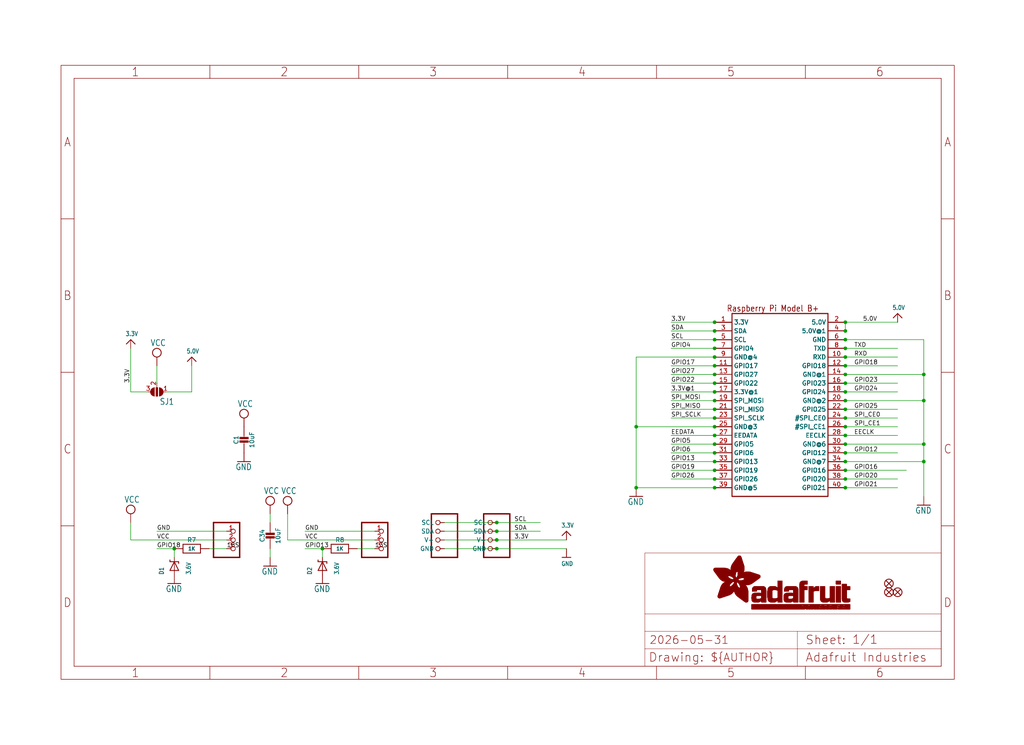
<source format=kicad_sch>
(kicad_sch (version 20230121) (generator eeschema)
  (paper "User" 298.45 217.322)
  (lib_symbols
    (symbol "working-eagle-import:3.3V" (power)
      (property "Value" "3.3V" (at -1.524 1.016 0))
      (symbol "3.3V_1_0"
        (pin power_in line (at 0 -2.54 90) (length 2.54) (name "3.3V") (number "1"))
      )
    )
    (symbol "working-eagle-import:5.0V" (power)
      (property "Value" "5.0V" (at -1.524 1.016 0))
      (symbol "5.0V_1_0"
        (pin power_in line (at 0 -2.54 90) (length 2.54) (name "5.0V") (number "1"))
      )
    )
    (symbol "working-eagle-import:CAP_CERAMIC0805-NOOUTLINE"
      (property "Reference" "C" (at -2.29 1.25 90))
      (symbol "CAP_CERAMIC0805-NOOUTLINE_1_0"
        (pin passive line (at 0 5.08 270) (length 2.54) (name "1") (number "1"))
        (pin passive line (at 0 -2.54 90) (length 2.54) (name "2") (number "2"))
      )
    )
    (symbol "working-eagle-import:CON_JST_PH_3PIN"
      (symbol "CON_JST_PH_3PIN_1_0"
        (pin passive inverted (at -2.54 2.54 0) (length 2.54) (name "1") (number "1"))
        (pin passive inverted (at -2.54 0 0) (length 2.54) (name "2") (number "2"))
        (pin passive inverted (at -2.54 -2.54 0) (length 2.54) (name "3") (number "3"))
      )
      (symbol "CON_JST_PH_3PIN_2_0"
        (pin bidirectional line (at 0 0 0) (length 5.08) (name "MT") (number "NC1"))
      )
      (symbol "CON_JST_PH_3PIN_3_0"
        (pin bidirectional line (at 0 0 0) (length 5.08) (name "MT") (number "NC2"))
      )
    )
    (symbol "working-eagle-import:DIODE-ZENERSOD323"
      (property "Reference" "D" (at -2.54 3.0226 0))
      (symbol "DIODE-ZENERSOD323_1_0"
        (pin passive line (at -2.54 0 0) (length 2.54) (name "A") (number "A"))
        (pin passive line (at 2.54 0 180) (length 2.54) (name "C") (number "C"))
      )
    )
    (symbol "working-eagle-import:FIDUCIAL_1MM")
    (symbol "working-eagle-import:FRAME_A4_ADAFRUIT"
      (symbol "FRAME_A4_ADAFRUIT_1_0"
        (text "${#}/${##}" (at 230.505 10.16 0) (effects (font (size 2.54 2.54)) (justify left bottom)))
        (text "${AUTHOR}" (at 189.23 5.08 0) (effects (font (size 2.286 2.286)) (justify left bottom)))
        (text "${CURRENT_DATE}" (at 171.45 10.16 0) (effects (font (size 2.286 2.286)) (justify left bottom)))
        (text "${PROJECTNAME}" (at 171.45 15.24 0) (effects (font (size 2.54 2.54)) (justify left bottom)))
        (text "1" (at 21.6958 1.905 0) (effects (font (size 2.54 2.286))))
        (text "1" (at 21.6958 177.165 0) (effects (font (size 2.54 2.286))))
        (text "2" (at 65.0875 1.905 0) (effects (font (size 2.54 2.286))))
        (text "2" (at 65.0875 177.165 0) (effects (font (size 2.54 2.286))))
        (text "3" (at 108.4792 1.905 0) (effects (font (size 2.54 2.286))))
        (text "3" (at 108.4792 177.165 0) (effects (font (size 2.54 2.286))))
        (text "4" (at 151.8708 1.905 0) (effects (font (size 2.54 2.286))))
        (text "4" (at 151.8708 177.165 0) (effects (font (size 2.54 2.286))))
        (text "5" (at 195.2625 1.905 0) (effects (font (size 2.54 2.286))))
        (text "5" (at 195.2625 177.165 0) (effects (font (size 2.54 2.286))))
        (text "6" (at 238.6542 1.905 0) (effects (font (size 2.54 2.286))))
        (text "6" (at 238.6542 177.165 0) (effects (font (size 2.54 2.286))))
        (text "A" (at 1.905 156.6863 0) (effects (font (size 2.54 2.286))))
        (text "A" (at 258.445 156.6863 0) (effects (font (size 2.54 2.286))))
        (text "Adafruit Industries" (at 216.916 4.953 0) (effects (font (size 2.54 2.54)) (justify left bottom)))
        (text "B" (at 1.905 111.9188 0) (effects (font (size 2.54 2.286))))
        (text "B" (at 258.445 111.9188 0) (effects (font (size 2.54 2.286))))
        (text "C" (at 1.905 67.1513 0) (effects (font (size 2.54 2.286))))
        (text "C" (at 258.445 67.1513 0) (effects (font (size 2.54 2.286))))
        (text "D" (at 1.905 22.3838 0) (effects (font (size 2.54 2.286))))
        (text "D" (at 258.445 22.3838 0) (effects (font (size 2.54 2.286))))
        (text "Drawing:" (at 171.196 4.953 0) (effects (font (size 2.54 2.54)) (justify left bottom)))
        (text "Sheet:" (at 216.916 10.033 0) (effects (font (size 2.54 2.54)) (justify left bottom)))
      )
    )
    (symbol "working-eagle-import:GND" (power)
      (property "Value" "GND" (at -1.524 -2.54 0))
      (symbol "GND_1_0"
        (pin power_in line (at 0 2.54 270) (length 2.54) (name "GND") (number "1"))
      )
    )
    (symbol "working-eagle-import:RASPBERRYPI_BPLUS_2X20_THMSMT_TOP"
      (symbol "RASPBERRYPI_BPLUS_2X20_THMSMT_TOP_1_0"
        (text "Raspberry Pi Model B+" (at 12.7 25.4 0) (effects (font (size 1.778 1.5113)) (justify right top)))
        (pin power_in line (at -17.78 20.32 0) (length 5.08) (name "3.3V") (number "1"))
        (pin bidirectional line (at 20.32 10.16 180) (length 5.08) (name "RXD") (number "10"))
        (pin bidirectional line (at -17.78 7.62 0) (length 5.08) (name "GPIO17") (number "11"))
        (pin bidirectional line (at 20.32 7.62 180) (length 5.08) (name "GPIO18") (number "12"))
        (pin bidirectional line (at -17.78 5.08 0) (length 5.08) (name "GPIO27") (number "13"))
        (pin power_in line (at 20.32 5.08 180) (length 5.08) (name "GND@1") (number "14"))
        (pin bidirectional line (at -17.78 2.54 0) (length 5.08) (name "GPIO22") (number "15"))
        (pin bidirectional line (at 20.32 2.54 180) (length 5.08) (name "GPIO23") (number "16"))
        (pin power_in line (at -17.78 0 0) (length 5.08) (name "3.3V@1") (number "17"))
        (pin bidirectional line (at 20.32 0 180) (length 5.08) (name "GPIO24") (number "18"))
        (pin bidirectional line (at -17.78 -2.54 0) (length 5.08) (name "SPI_MOSI") (number "19"))
        (pin power_in line (at 20.32 20.32 180) (length 5.08) (name "5.0V") (number "2"))
        (pin power_in line (at 20.32 -2.54 180) (length 5.08) (name "GND@2") (number "20"))
        (pin bidirectional line (at -17.78 -5.08 0) (length 5.08) (name "SPI_MISO") (number "21"))
        (pin bidirectional line (at 20.32 -5.08 180) (length 5.08) (name "GPIO25") (number "22"))
        (pin bidirectional line (at -17.78 -7.62 0) (length 5.08) (name "SPI_SCLK") (number "23"))
        (pin bidirectional line (at 20.32 -7.62 180) (length 5.08) (name "#SPI_CE0") (number "24"))
        (pin power_in line (at -17.78 -10.16 0) (length 5.08) (name "GND@3") (number "25"))
        (pin bidirectional line (at 20.32 -10.16 180) (length 5.08) (name "#SPI_CE1") (number "26"))
        (pin bidirectional line (at -17.78 -12.7 0) (length 5.08) (name "EEDATA") (number "27"))
        (pin bidirectional line (at 20.32 -12.7 180) (length 5.08) (name "EECLK") (number "28"))
        (pin bidirectional line (at -17.78 -15.24 0) (length 5.08) (name "GPIO5") (number "29"))
        (pin bidirectional line (at -17.78 17.78 0) (length 5.08) (name "SDA") (number "3"))
        (pin power_in line (at 20.32 -15.24 180) (length 5.08) (name "GND@6") (number "30"))
        (pin bidirectional line (at -17.78 -17.78 0) (length 5.08) (name "GPIO6") (number "31"))
        (pin bidirectional line (at 20.32 -17.78 180) (length 5.08) (name "GPIO12") (number "32"))
        (pin bidirectional line (at -17.78 -20.32 0) (length 5.08) (name "GPIO13") (number "33"))
        (pin power_in line (at 20.32 -20.32 180) (length 5.08) (name "GND@7") (number "34"))
        (pin bidirectional line (at -17.78 -22.86 0) (length 5.08) (name "GPIO19") (number "35"))
        (pin bidirectional line (at 20.32 -22.86 180) (length 5.08) (name "GPIO16") (number "36"))
        (pin bidirectional line (at -17.78 -25.4 0) (length 5.08) (name "GPIO26") (number "37"))
        (pin bidirectional line (at 20.32 -25.4 180) (length 5.08) (name "GPIO20") (number "38"))
        (pin power_in line (at -17.78 -27.94 0) (length 5.08) (name "GND@5") (number "39"))
        (pin power_in line (at 20.32 17.78 180) (length 5.08) (name "5.0V@1") (number "4"))
        (pin bidirectional line (at 20.32 -27.94 180) (length 5.08) (name "GPIO21") (number "40"))
        (pin bidirectional line (at -17.78 15.24 0) (length 5.08) (name "SCL") (number "5"))
        (pin power_in line (at 20.32 15.24 180) (length 5.08) (name "GND") (number "6"))
        (pin bidirectional line (at -17.78 12.7 0) (length 5.08) (name "GPIO4") (number "7"))
        (pin bidirectional line (at 20.32 12.7 180) (length 5.08) (name "TXD") (number "8"))
        (pin power_in line (at -17.78 10.16 0) (length 5.08) (name "GND@4") (number "9"))
        (pin power_in line (at -17.78 20.32 0) (length 5.08) (name "3.3V") (number "S1"))
        (pin bidirectional line (at 20.32 10.16 180) (length 5.08) (name "RXD") (number "S10"))
        (pin bidirectional line (at -17.78 7.62 0) (length 5.08) (name "GPIO17") (number "S11"))
        (pin bidirectional line (at 20.32 7.62 180) (length 5.08) (name "GPIO18") (number "S12"))
        (pin bidirectional line (at -17.78 5.08 0) (length 5.08) (name "GPIO27") (number "S13"))
        (pin power_in line (at 20.32 5.08 180) (length 5.08) (name "GND@1") (number "S14"))
        (pin bidirectional line (at -17.78 2.54 0) (length 5.08) (name "GPIO22") (number "S15"))
        (pin bidirectional line (at 20.32 2.54 180) (length 5.08) (name "GPIO23") (number "S16"))
        (pin power_in line (at -17.78 0 0) (length 5.08) (name "3.3V@1") (number "S17"))
        (pin bidirectional line (at 20.32 0 180) (length 5.08) (name "GPIO24") (number "S18"))
        (pin bidirectional line (at -17.78 -2.54 0) (length 5.08) (name "SPI_MOSI") (number "S19"))
        (pin power_in line (at 20.32 20.32 180) (length 5.08) (name "5.0V") (number "S2"))
        (pin power_in line (at 20.32 -2.54 180) (length 5.08) (name "GND@2") (number "S20"))
        (pin bidirectional line (at -17.78 -5.08 0) (length 5.08) (name "SPI_MISO") (number "S21"))
        (pin bidirectional line (at 20.32 -5.08 180) (length 5.08) (name "GPIO25") (number "S22"))
        (pin bidirectional line (at -17.78 -7.62 0) (length 5.08) (name "SPI_SCLK") (number "S23"))
        (pin bidirectional line (at 20.32 -7.62 180) (length 5.08) (name "#SPI_CE0") (number "S24"))
        (pin power_in line (at -17.78 -10.16 0) (length 5.08) (name "GND@3") (number "S25"))
        (pin bidirectional line (at 20.32 -10.16 180) (length 5.08) (name "#SPI_CE1") (number "S26"))
        (pin bidirectional line (at -17.78 -12.7 0) (length 5.08) (name "EEDATA") (number "S27"))
        (pin bidirectional line (at 20.32 -12.7 180) (length 5.08) (name "EECLK") (number "S28"))
        (pin bidirectional line (at -17.78 -15.24 0) (length 5.08) (name "GPIO5") (number "S29"))
        (pin bidirectional line (at -17.78 17.78 0) (length 5.08) (name "SDA") (number "S3"))
        (pin power_in line (at 20.32 -15.24 180) (length 5.08) (name "GND@6") (number "S30"))
        (pin bidirectional line (at -17.78 -17.78 0) (length 5.08) (name "GPIO6") (number "S31"))
        (pin bidirectional line (at 20.32 -17.78 180) (length 5.08) (name "GPIO12") (number "S32"))
        (pin bidirectional line (at -17.78 -20.32 0) (length 5.08) (name "GPIO13") (number "S33"))
        (pin power_in line (at 20.32 -20.32 180) (length 5.08) (name "GND@7") (number "S34"))
        (pin bidirectional line (at -17.78 -22.86 0) (length 5.08) (name "GPIO19") (number "S35"))
        (pin bidirectional line (at 20.32 -22.86 180) (length 5.08) (name "GPIO16") (number "S36"))
        (pin bidirectional line (at -17.78 -25.4 0) (length 5.08) (name "GPIO26") (number "S37"))
        (pin bidirectional line (at 20.32 -25.4 180) (length 5.08) (name "GPIO20") (number "S38"))
        (pin power_in line (at -17.78 -27.94 0) (length 5.08) (name "GND@5") (number "S39"))
        (pin power_in line (at 20.32 17.78 180) (length 5.08) (name "5.0V@1") (number "S4"))
        (pin bidirectional line (at 20.32 -27.94 180) (length 5.08) (name "GPIO21") (number "S40"))
        (pin bidirectional line (at -17.78 15.24 0) (length 5.08) (name "SCL") (number "S5"))
        (pin power_in line (at 20.32 15.24 180) (length 5.08) (name "GND") (number "S6"))
        (pin bidirectional line (at -17.78 12.7 0) (length 5.08) (name "GPIO4") (number "S7"))
        (pin bidirectional line (at 20.32 12.7 180) (length 5.08) (name "TXD") (number "S8"))
        (pin power_in line (at -17.78 10.16 0) (length 5.08) (name "GND@4") (number "S9"))
      )
    )
    (symbol "working-eagle-import:RASPBERRYPI_BPLUS_IDC"
      (symbol "RASPBERRYPI_BPLUS_IDC_1_0"
        (text "Raspberry Pi Model B+" (at 12.7 25.4 0) (effects (font (size 1.778 1.5113)) (justify right top)))
        (pin power_in line (at -17.78 20.32 0) (length 5.08) (name "3.3V") (number "1"))
        (pin bidirectional line (at 20.32 10.16 180) (length 5.08) (name "RXD") (number "10"))
        (pin bidirectional line (at -17.78 7.62 0) (length 5.08) (name "GPIO17") (number "11"))
        (pin bidirectional line (at 20.32 7.62 180) (length 5.08) (name "GPIO18") (number "12"))
        (pin bidirectional line (at -17.78 5.08 0) (length 5.08) (name "GPIO27") (number "13"))
        (pin power_in line (at 20.32 5.08 180) (length 5.08) (name "GND@1") (number "14"))
        (pin bidirectional line (at -17.78 2.54 0) (length 5.08) (name "GPIO22") (number "15"))
        (pin bidirectional line (at 20.32 2.54 180) (length 5.08) (name "GPIO23") (number "16"))
        (pin power_in line (at -17.78 0 0) (length 5.08) (name "3.3V@1") (number "17"))
        (pin bidirectional line (at 20.32 0 180) (length 5.08) (name "GPIO24") (number "18"))
        (pin bidirectional line (at -17.78 -2.54 0) (length 5.08) (name "SPI_MOSI") (number "19"))
        (pin power_in line (at 20.32 20.32 180) (length 5.08) (name "5.0V") (number "2"))
        (pin power_in line (at 20.32 -2.54 180) (length 5.08) (name "GND@2") (number "20"))
        (pin bidirectional line (at -17.78 -5.08 0) (length 5.08) (name "SPI_MISO") (number "21"))
        (pin bidirectional line (at 20.32 -5.08 180) (length 5.08) (name "GPIO25") (number "22"))
        (pin bidirectional line (at -17.78 -7.62 0) (length 5.08) (name "SPI_SCLK") (number "23"))
        (pin bidirectional line (at 20.32 -7.62 180) (length 5.08) (name "#SPI_CE0") (number "24"))
        (pin power_in line (at -17.78 -10.16 0) (length 5.08) (name "GND@3") (number "25"))
        (pin bidirectional line (at 20.32 -10.16 180) (length 5.08) (name "#SPI_CE1") (number "26"))
        (pin bidirectional line (at -17.78 -12.7 0) (length 5.08) (name "EEDATA") (number "27"))
        (pin bidirectional line (at 20.32 -12.7 180) (length 5.08) (name "EECLK") (number "28"))
        (pin bidirectional line (at -17.78 -15.24 0) (length 5.08) (name "GPIO5") (number "29"))
        (pin bidirectional line (at -17.78 17.78 0) (length 5.08) (name "SDA") (number "3"))
        (pin power_in line (at 20.32 -15.24 180) (length 5.08) (name "GND@6") (number "30"))
        (pin bidirectional line (at -17.78 -17.78 0) (length 5.08) (name "GPIO6") (number "31"))
        (pin bidirectional line (at 20.32 -17.78 180) (length 5.08) (name "GPIO12") (number "32"))
        (pin bidirectional line (at -17.78 -20.32 0) (length 5.08) (name "GPIO13") (number "33"))
        (pin power_in line (at 20.32 -20.32 180) (length 5.08) (name "GND@7") (number "34"))
        (pin bidirectional line (at -17.78 -22.86 0) (length 5.08) (name "GPIO19") (number "35"))
        (pin bidirectional line (at 20.32 -22.86 180) (length 5.08) (name "GPIO16") (number "36"))
        (pin bidirectional line (at -17.78 -25.4 0) (length 5.08) (name "GPIO26") (number "37"))
        (pin bidirectional line (at 20.32 -25.4 180) (length 5.08) (name "GPIO20") (number "38"))
        (pin power_in line (at -17.78 -27.94 0) (length 5.08) (name "GND@5") (number "39"))
        (pin power_in line (at 20.32 17.78 180) (length 5.08) (name "5.0V@1") (number "4"))
        (pin bidirectional line (at 20.32 -27.94 180) (length 5.08) (name "GPIO21") (number "40"))
        (pin bidirectional line (at -17.78 15.24 0) (length 5.08) (name "SCL") (number "5"))
        (pin power_in line (at 20.32 15.24 180) (length 5.08) (name "GND") (number "6"))
        (pin bidirectional line (at -17.78 12.7 0) (length 5.08) (name "GPIO4") (number "7"))
        (pin bidirectional line (at 20.32 12.7 180) (length 5.08) (name "TXD") (number "8"))
        (pin power_in line (at -17.78 10.16 0) (length 5.08) (name "GND@4") (number "9"))
      )
    )
    (symbol "working-eagle-import:RESISTOR_0603_NOOUT"
      (property "Reference" "R" (at 0 2.54 0))
      (symbol "RESISTOR_0603_NOOUT_1_0"
        (pin passive line (at -5.08 0 0) (length 2.54) (name "1") (number "1"))
        (pin passive line (at 5.08 0 180) (length 2.54) (name "2") (number "2"))
      )
    )
    (symbol "working-eagle-import:SOLDERJUMPER_2WAY"
      (property "Reference" "SJ" (at -5.08 -3.81 0))
      (symbol "SOLDERJUMPER_2WAY_1_0"
        (pin passive line (at -2.54 0 0) (length 0) (name "1") (number "1"))
        (pin passive line (at 0 2.54 270) (length 0) (name "2") (number "2"))
        (pin passive line (at 2.54 0 180) (length 0) (name "3") (number "3"))
      )
    )
    (symbol "working-eagle-import:STEMMA_I2C_QT"
      (symbol "STEMMA_I2C_QT_1_0"
        (pin passive inverted (at 0 5.08 0) (length 2.54) (name "GND") (number "1"))
        (pin passive inverted (at 0 2.54 0) (length 2.54) (name "V+") (number "2"))
        (pin passive inverted (at 0 0 0) (length 2.54) (name "SDA") (number "3"))
        (pin passive inverted (at 0 -2.54 0) (length 2.54) (name "SCL") (number "4"))
      )
      (symbol "STEMMA_I2C_QT_2_0"
        (pin bidirectional line (at 0 0 0) (length 5.08) (name "MT") (number "MT1"))
      )
      (symbol "STEMMA_I2C_QT_3_0"
        (pin bidirectional line (at 0 0 0) (length 5.08) (name "MT") (number "MT2"))
      )
    )
    (symbol "working-eagle-import:VCC" (power)
      (property "Value" "VCC" (at -1.905 3.175 0))
      (symbol "VCC_1_0"
        (pin power_in line (at 0 -2.54 90) (length 2.54) (name "VCC") (number "1"))
      )
    )
    (symbol "working-eagle-import:supply1_GND" (power)
      (property "Value" "supply1_GND" (at -2.54 -2.54 0))
      (symbol "supply1_GND_1_0"
        (pin power_in line (at 0 2.54 270) (length 2.54) (name "GND") (number "1"))
      )
    )
  )
  (junction (at 208.28 104.14))
  (junction (at 246.38 132.08))
  (junction (at 208.28 99.06))
  (junction (at 246.38 111.76))
  (junction (at 246.38 134.62))
  (junction (at 269.24 129.54))
  (junction (at 269.24 109.22))
  (junction (at 185.42 124.46))
  (junction (at 208.28 93.98))
  (junction (at 208.28 111.76))
  (junction (at 208.28 139.7))
  (junction (at 269.24 134.62))
  (junction (at 144.78 160.02))
  (junction (at 144.78 152.4))
  (junction (at 246.38 109.22))
  (junction (at 246.38 119.38))
  (junction (at 144.78 154.94))
  (junction (at 208.28 129.54))
  (junction (at 246.38 96.52))
  (junction (at 208.28 124.46))
  (junction (at 208.28 121.92))
  (junction (at 208.28 101.6))
  (junction (at 208.28 134.62))
  (junction (at 246.38 142.24))
  (junction (at 208.28 142.24))
  (junction (at 246.38 137.16))
  (junction (at 208.28 106.68))
  (junction (at 246.38 139.7))
  (junction (at 246.38 129.54))
  (junction (at 246.38 104.14))
  (junction (at 144.78 157.48))
  (junction (at 208.28 114.3))
  (junction (at 246.38 99.06))
  (junction (at 246.38 106.68))
  (junction (at 246.38 114.3))
  (junction (at 93.98 160.02))
  (junction (at 208.28 132.08))
  (junction (at 246.38 121.92))
  (junction (at 208.28 109.22))
  (junction (at 246.38 124.46))
  (junction (at 208.28 137.16))
  (junction (at 208.28 116.84))
  (junction (at 246.38 116.84))
  (junction (at 246.38 93.98))
  (junction (at 246.38 127))
  (junction (at 246.38 101.6))
  (junction (at 185.42 142.24))
  (junction (at 208.28 119.38))
  (junction (at 50.8 160.02))
  (junction (at 208.28 96.52))
  (junction (at 269.24 116.84))
  (junction (at 208.28 127))
  (wire (pts (xy 208.28 106.68) (xy 195.58 106.68)) (stroke (width 0.1524)))
  (wire (pts (xy 83.82 157.48) (xy 109.22 157.48)) (stroke (width 0.1524)))
  (wire (pts (xy 50.8 160.02) (xy 45.72 160.02)) (stroke (width 0.1524)))
  (wire (pts (xy 269.24 109.22) (xy 269.24 116.84)) (stroke (width 0.1524)))
  (wire (pts (xy 208.28 111.76) (xy 195.58 111.76)) (stroke (width 0.1524)))
  (wire (pts (xy 195.58 139.7) (xy 208.28 139.7)) (stroke (width 0.1524)))
  (wire (pts (xy 38.1 114.3) (xy 38.1 101.6)) (stroke (width 0.1524)))
  (wire (pts (xy 93.98 160.02) (xy 88.9 160.02)) (stroke (width 0.1524)))
  (wire (pts (xy 195.58 137.16) (xy 208.28 137.16)) (stroke (width 0.1524)))
  (wire (pts (xy 246.38 129.54) (xy 269.24 129.54)) (stroke (width 0.1524)))
  (wire (pts (xy 269.24 129.54) (xy 269.24 134.62)) (stroke (width 0.1524)))
  (wire (pts (xy 195.58 114.3) (xy 208.28 114.3)) (stroke (width 0.1524)))
  (wire (pts (xy 246.38 96.52) (xy 246.38 93.98)) (stroke (width 0.1524)))
  (wire (pts (xy 109.22 160.02) (xy 104.14 160.02)) (stroke (width 0.1524)))
  (wire (pts (xy 195.58 129.54) (xy 208.28 129.54)) (stroke (width 0.1524)))
  (wire (pts (xy 195.58 134.62) (xy 208.28 134.62)) (stroke (width 0.1524)))
  (wire (pts (xy 269.24 99.06) (xy 269.24 109.22)) (stroke (width 0.1524)))
  (wire (pts (xy 246.38 121.92) (xy 261.62 121.92)) (stroke (width 0.1524)))
  (wire (pts (xy 246.38 101.6) (xy 261.62 101.6)) (stroke (width 0.1524)))
  (wire (pts (xy 269.24 116.84) (xy 269.24 129.54)) (stroke (width 0.1524)))
  (wire (pts (xy 261.62 104.14) (xy 246.38 104.14)) (stroke (width 0.1524)))
  (wire (pts (xy 208.28 142.24) (xy 185.42 142.24)) (stroke (width 0.1524)))
  (wire (pts (xy 246.38 127) (xy 261.62 127)) (stroke (width 0.1524)))
  (wire (pts (xy 246.38 93.98) (xy 261.62 93.98)) (stroke (width 0.1524)))
  (wire (pts (xy 144.78 152.4) (xy 129.54 152.4)) (stroke (width 0.1524)))
  (wire (pts (xy 144.78 160.02) (xy 129.54 160.02)) (stroke (width 0.1524)))
  (wire (pts (xy 246.38 111.76) (xy 261.62 111.76)) (stroke (width 0.1524)))
  (wire (pts (xy 195.58 121.92) (xy 208.28 121.92)) (stroke (width 0.1524)))
  (wire (pts (xy 50.8 160.02) (xy 50.8 162.56)) (stroke (width 0.1524)))
  (wire (pts (xy 55.88 114.3) (xy 55.88 106.68)) (stroke (width 0.1524)))
  (wire (pts (xy 144.78 154.94) (xy 129.54 154.94)) (stroke (width 0.1524)))
  (wire (pts (xy 246.38 134.62) (xy 269.24 134.62)) (stroke (width 0.1524)))
  (wire (pts (xy 185.42 124.46) (xy 185.42 142.24)) (stroke (width 0.1524)))
  (wire (pts (xy 109.22 154.94) (xy 88.9 154.94)) (stroke (width 0.1524)))
  (wire (pts (xy 43.18 114.3) (xy 38.1 114.3)) (stroke (width 0.1524)))
  (wire (pts (xy 45.72 106.68) (xy 45.72 111.76)) (stroke (width 0.1524)))
  (wire (pts (xy 208.28 101.6) (xy 195.58 101.6)) (stroke (width 0.1524)))
  (wire (pts (xy 195.58 109.22) (xy 208.28 109.22)) (stroke (width 0.1524)))
  (wire (pts (xy 269.24 134.62) (xy 269.24 144.78)) (stroke (width 0.1524)))
  (wire (pts (xy 38.1 157.48) (xy 38.1 152.4)) (stroke (width 0.1524)))
  (wire (pts (xy 246.38 116.84) (xy 269.24 116.84)) (stroke (width 0.1524)))
  (wire (pts (xy 195.58 132.08) (xy 208.28 132.08)) (stroke (width 0.1524)))
  (wire (pts (xy 38.1 157.48) (xy 66.04 157.48)) (stroke (width 0.1524)))
  (wire (pts (xy 246.38 106.68) (xy 261.62 106.68)) (stroke (width 0.1524)))
  (wire (pts (xy 246.38 139.7) (xy 261.62 139.7)) (stroke (width 0.1524)))
  (wire (pts (xy 195.58 116.84) (xy 208.28 116.84)) (stroke (width 0.1524)))
  (wire (pts (xy 93.98 162.56) (xy 93.98 160.02)) (stroke (width 0.1524)))
  (wire (pts (xy 78.74 152.4) (xy 78.74 149.86)) (stroke (width 0.1524)))
  (wire (pts (xy 246.38 124.46) (xy 261.62 124.46)) (stroke (width 0.1524)))
  (wire (pts (xy 185.42 124.46) (xy 208.28 124.46)) (stroke (width 0.1524)))
  (wire (pts (xy 144.78 152.4) (xy 157.48 152.4)) (stroke (width 0.1524)))
  (wire (pts (xy 246.38 109.22) (xy 269.24 109.22)) (stroke (width 0.1524)))
  (wire (pts (xy 185.42 104.14) (xy 208.28 104.14)) (stroke (width 0.1524)))
  (wire (pts (xy 208.28 99.06) (xy 195.58 99.06)) (stroke (width 0.1524)))
  (wire (pts (xy 246.38 114.3) (xy 261.62 114.3)) (stroke (width 0.1524)))
  (wire (pts (xy 195.58 119.38) (xy 208.28 119.38)) (stroke (width 0.1524)))
  (wire (pts (xy 144.78 160.02) (xy 165.1 160.02)) (stroke (width 0.1524)))
  (wire (pts (xy 246.38 132.08) (xy 261.62 132.08)) (stroke (width 0.1524)))
  (wire (pts (xy 246.38 137.16) (xy 264.16 137.16)) (stroke (width 0.1524)))
  (wire (pts (xy 246.38 99.06) (xy 269.24 99.06)) (stroke (width 0.1524)))
  (wire (pts (xy 66.04 160.02) (xy 60.96 160.02)) (stroke (width 0.1524)))
  (wire (pts (xy 144.78 157.48) (xy 129.54 157.48)) (stroke (width 0.1524)))
  (wire (pts (xy 185.42 124.46) (xy 185.42 104.14)) (stroke (width 0.1524)))
  (wire (pts (xy 246.38 142.24) (xy 261.62 142.24)) (stroke (width 0.1524)))
  (wire (pts (xy 78.74 162.56) (xy 78.74 160.02)) (stroke (width 0.1524)))
  (wire (pts (xy 144.78 154.94) (xy 157.48 154.94)) (stroke (width 0.1524)))
  (wire (pts (xy 208.28 127) (xy 195.58 127)) (stroke (width 0.1524)))
  (wire (pts (xy 48.26 114.3) (xy 55.88 114.3)) (stroke (width 0.1524)))
  (wire (pts (xy 208.28 93.98) (xy 195.58 93.98)) (stroke (width 0.1524)))
  (wire (pts (xy 208.28 96.52) (xy 195.58 96.52)) (stroke (width 0.1524)))
  (wire (pts (xy 144.78 157.48) (xy 165.1 157.48)) (stroke (width 0.1524)))
  (wire (pts (xy 66.04 154.94) (xy 45.72 154.94)) (stroke (width 0.1524)))
  (wire (pts (xy 246.38 119.38) (xy 261.62 119.38)) (stroke (width 0.1524)))
  (wire (pts (xy 83.82 157.48) (xy 83.82 149.86)) (stroke (width 0.1524)))
  (label "EECLK" (at 248.92 127 0) (effects (font (size 1.2446 1.2446))))
  (label "VCC" (at 88.9 157.48 0) (effects (font (size 1.2446 1.2446))))
  (label "SDA" (at 195.58 96.52 0) (effects (font (size 1.2446 1.2446))))
  (label "GND" (at 45.72 154.94 0) (effects (font (size 1.2446 1.2446))))
  (label "GPIO4" (at 195.58 101.6 0) (effects (font (size 1.2446 1.2446))))
  (label "GPIO16" (at 248.92 137.16 0) (effects (font (size 1.2446 1.2446))))
  (label "GPIO13" (at 195.58 134.62 0) (effects (font (size 1.2446 1.2446))))
  (label "SPI_CE0" (at 248.92 121.92 0) (effects (font (size 1.2446 1.2446))))
  (label "GPIO26" (at 195.58 139.7 0) (effects (font (size 1.2446 1.2446))))
  (label "3.3V" (at 149.86 157.48 0) (effects (font (size 1.2446 1.2446))))
  (label "GPIO21" (at 248.92 142.24 0) (effects (font (size 1.2446 1.2446))))
  (label "EEDATA" (at 195.58 127 0) (effects (font (size 1.2446 1.2446))))
  (label "SPI_MOSI" (at 195.58 116.84 0) (effects (font (size 1.2446 1.2446))))
  (label "SCL" (at 195.58 99.06 0) (effects (font (size 1.2446 1.2446))))
  (label "SCL" (at 149.86 152.4 0) (effects (font (size 1.2446 1.2446))))
  (label "SPI_CE1" (at 248.92 124.46 0) (effects (font (size 1.2446 1.2446))))
  (label "GPIO18" (at 248.92 106.68 0) (effects (font (size 1.2446 1.2446))))
  (label "GPIO23" (at 248.92 111.76 0) (effects (font (size 1.2446 1.2446))))
  (label "5.0V" (at 251.46 93.98 0) (effects (font (size 1.2446 1.2446))))
  (label "13S" (at 109.22 160.02 0) (effects (font (size 1.2446 1.2446))))
  (label "3.3V" (at 38.1 111.76 90) (effects (font (size 1.2446 1.2446))))
  (label "3.3V" (at 195.58 93.98 0) (effects (font (size 1.2446 1.2446))))
  (label "GPIO20" (at 248.92 139.7 0) (effects (font (size 1.2446 1.2446))))
  (label "SPI_MISO" (at 195.58 119.38 0) (effects (font (size 1.2446 1.2446))))
  (label "SPI_SCLK" (at 195.58 121.92 0) (effects (font (size 1.2446 1.2446))))
  (label "TXD" (at 248.92 101.6 0) (effects (font (size 1.2446 1.2446))))
  (label "GPIO12" (at 248.92 132.08 0) (effects (font (size 1.2446 1.2446))))
  (label "RXD" (at 248.92 104.14 0) (effects (font (size 1.2446 1.2446))))
  (label "SDA" (at 149.86 154.94 0) (effects (font (size 1.2446 1.2446))))
  (label "GPIO5" (at 195.58 129.54 0) (effects (font (size 1.2446 1.2446))))
  (label "GPIO6" (at 195.58 132.08 0) (effects (font (size 1.2446 1.2446))))
  (label "18S" (at 66.04 160.02 0) (effects (font (size 1.2446 1.2446))))
  (label "GPIO22" (at 195.58 111.76 0) (effects (font (size 1.2446 1.2446))))
  (label "GPIO24" (at 248.92 114.3 0) (effects (font (size 1.2446 1.2446))))
  (label "GPIO13" (at 88.9 160.02 0) (effects (font (size 1.2446 1.2446))))
  (label "GPIO25" (at 248.92 119.38 0) (effects (font (size 1.2446 1.2446))))
  (label "GPIO19" (at 195.58 137.16 0) (effects (font (size 1.2446 1.2446))))
  (label "VCC" (at 45.72 157.48 0) (effects (font (size 1.2446 1.2446))))
  (label "GPIO27" (at 195.58 109.22 0) (effects (font (size 1.2446 1.2446))))
  (label "GPIO17" (at 195.58 106.68 0) (effects (font (size 1.2446 1.2446))))
  (label "3.3V@1" (at 195.58 114.3 0) (effects (font (size 1.2446 1.2446))))
  (label "GND" (at 88.9 154.94 0) (effects (font (size 1.2446 1.2446))))
  (label "GPIO18" (at 45.72 160.02 0) (effects (font (size 1.2446 1.2446))))
  (symbol (lib_id "working-eagle-import:VCC") (at 45.72 104.14 0) (unit 1)
    (property "Reference" "#SUPPLY3" (effects hide))
    (property "Value" "VCC" (at 43.815 100.965 0) (effects (font (size 1.778 1.5113)) (justify left bottom)))
  )
  (symbol (lib_id "working-eagle-import:VCC") (at 71.12 121.92 0) (unit 1)
    (property "Reference" "#SUPPLY2" (effects hide))
    (property "Value" "VCC" (at 69.215 118.745 0) (effects (font (size 1.778 1.5113)) (justify left bottom)))
  )
  (symbol (lib_id "working-eagle-import:STEMMA_I2C_QT") (at 144.78 154.94 180) (unit 1)
    (property "Reference" "CONN1" (effects hide))
    (property "Value" "STEMMA_I2C_QT" (effects hide))
    (property "Footprint" "working:JST_SH4" (effects hide))
  )
  (symbol (lib_id "working-eagle-import:CON_JST_PH_3PIN") (at 111.76 157.48 0) (unit 1)
    (property "Reference" "SENSE0" (effects hide))
    (property "Value" "JST PH 3" (effects hide))
    (property "Footprint" "working:JSTPH3" (effects hide))
  )
  (symbol (lib_id "working-eagle-import:CAP_CERAMIC0805-NOOUTLINE") (at 78.74 157.48 0) (unit 1)
    (property "Reference" "C34" (at 76.45 156.23 90))
    (property "Value" "10uF" (at 81.04 156.23 90))
    (property "Footprint" "working:0805-NO" (effects hide))
  )
  (symbol (lib_id "working-eagle-import:STEMMA_I2C_QT") (at 129.54 154.94 180) (unit 1)
    (property "Reference" "CONN3" (effects hide))
    (property "Value" "STEMMA_I2C_QT" (effects hide))
    (property "Footprint" "working:JST_SH4" (effects hide))
  )
  (symbol (lib_id "working-eagle-import:VCC") (at 38.1 149.86 0) (unit 1)
    (property "Reference" "#SUPPLY5" (effects hide))
    (property "Value" "VCC" (at 36.195 146.685 0) (effects (font (size 1.778 1.5113)) (justify left bottom)))
  )
  (symbol (lib_id "working-eagle-import:DIODE-ZENERSOD323") (at 50.8 165.1 90) (unit 1)
    (property "Reference" "D1" (at 47.7774 167.64 0) (effects (font (size 1.27 1.0795)) (justify left bottom)))
    (property "Value" "3.6V" (at 55.6514 167.64 0) (effects (font (size 1.27 1.0795)) (justify left bottom)))
    (property "Footprint" "working:SOD-323" (effects hide))
  )
  (symbol (lib_id "working-eagle-import:SOLDERJUMPER_2WAY") (at 45.72 114.3 0) (mirror y) (unit 1)
    (property "Reference" "SJ1" (at 50.8 118.11 0) (effects (font (size 1.778 1.5113)) (justify left bottom)))
    (property "Value" "SOLDERJUMPER_2WAY" (effects hide))
    (property "Footprint" "working:SOLDERJUMPER_2WAY_OPEN_NOPASTE" (effects hide))
  )
  (symbol (lib_id "working-eagle-import:VCC") (at 78.74 147.32 0) (unit 1)
    (property "Reference" "#SUPPLY4" (effects hide))
    (property "Value" "VCC" (at 76.835 144.145 0) (effects (font (size 1.778 1.5113)) (justify left bottom)))
  )
  (symbol (lib_id "working-eagle-import:RASPBERRYPI_BPLUS_2X20_THMSMT_TOP") (at 226.06 114.3 0) (unit 1)
    (property "Reference" "RPI2" (effects hide))
    (property "Value" "RASPBERRYPI_BPLUS_2X20_THMSMT_TOP" (effects hide))
    (property "Footprint" "working:RASPI_2X20_THMSMT_TOP" (effects hide))
  )
  (symbol (lib_id "working-eagle-import:RASPBERRYPI_BPLUS_IDC") (at 226.06 114.3 0) (unit 1)
    (property "Reference" "RPI1" (effects hide))
    (property "Value" "RASPBERRYPI_BPLUS_IDC" (effects hide))
    (property "Footprint" "working:2X20" (effects hide))
  )
  (symbol (lib_id "working-eagle-import:CAP_CERAMIC0805-NOOUTLINE") (at 71.12 129.54 0) (unit 1)
    (property "Reference" "C1" (at 68.83 128.29 90))
    (property "Value" "10uF" (at 73.42 128.29 90))
    (property "Footprint" "working:0805-NO" (effects hide))
  )
  (symbol (lib_id "working-eagle-import:CON_JST_PH_3PIN") (at 68.58 157.48 0) (unit 1)
    (property "Reference" "NEOPIX0" (effects hide))
    (property "Value" "JST PH 3" (effects hide))
    (property "Footprint" "working:JSTPH3" (effects hide))
  )
  (symbol (lib_id "working-eagle-import:5.0V") (at 261.62 91.44 0) (unit 1)
    (property "Reference" "#U$14" (effects hide))
    (property "Value" "5.0V" (at 260.096 90.424 0) (effects (font (size 1.27 1.0795)) (justify left bottom)))
  )
  (symbol (lib_id "working-eagle-import:supply1_GND") (at 71.12 134.62 0) (unit 1)
    (property "Reference" "#GND3" (effects hide))
    (property "Value" "GND" (at 68.58 137.16 0) (effects (font (size 1.778 1.5113)) (justify left bottom)))
  )
  (symbol (lib_id "working-eagle-import:supply1_GND") (at 93.98 170.18 0) (unit 1)
    (property "Reference" "#GND19" (effects hide))
    (property "Value" "GND" (at 91.44 172.72 0) (effects (font (size 1.778 1.5113)) (justify left bottom)))
  )
  (symbol (lib_id "working-eagle-import:FRAME_A4_ADAFRUIT") (at 17.78 198.12 0) (unit 1)
    (property "Reference" "#U$7" (effects hide))
    (property "Value" "FRAME_A4_ADAFRUIT" (effects hide))
  )
  (symbol (lib_id "working-eagle-import:3.3V") (at 38.1 99.06 0) (unit 1)
    (property "Reference" "#U$74" (effects hide))
    (property "Value" "3.3V" (at 36.576 98.044 0) (effects (font (size 1.27 1.0795)) (justify left bottom)))
  )
  (symbol (lib_id "working-eagle-import:supply1_GND") (at 185.42 144.78 0) (unit 1)
    (property "Reference" "#GND1" (effects hide))
    (property "Value" "GND" (at 182.88 147.32 0) (effects (font (size 1.778 1.5113)) (justify left bottom)))
  )
  (symbol (lib_id "working-eagle-import:VCC") (at 83.82 147.32 0) (unit 1)
    (property "Reference" "#SUPPLY1" (effects hide))
    (property "Value" "VCC" (at 81.915 144.145 0) (effects (font (size 1.778 1.5113)) (justify left bottom)))
  )
  (symbol (lib_id "working-eagle-import:DIODE-ZENERSOD323") (at 93.98 165.1 90) (unit 1)
    (property "Reference" "D2" (at 90.9574 167.64 0) (effects (font (size 1.27 1.0795)) (justify left bottom)))
    (property "Value" "3.6V" (at 98.8314 167.64 0) (effects (font (size 1.27 1.0795)) (justify left bottom)))
    (property "Footprint" "working:SOD-323" (effects hide))
  )
  (symbol (lib_id "working-eagle-import:RESISTOR_0603_NOOUT") (at 99.06 160.02 0) (mirror y) (unit 1)
    (property "Reference" "R8" (at 99.06 157.48 0))
    (property "Value" "1K" (at 99.06 160.02 0) (effects (font (size 1.016 1.016) bold)))
    (property "Footprint" "working:0603-NO" (effects hide))
  )
  (symbol (lib_id "working-eagle-import:supply1_GND") (at 269.24 147.32 0) (unit 1)
    (property "Reference" "#GND2" (effects hide))
    (property "Value" "GND" (at 266.7 149.86 0) (effects (font (size 1.778 1.5113)) (justify left bottom)))
  )
  (symbol (lib_id "working-eagle-import:3.3V") (at 165.1 154.94 0) (unit 1)
    (property "Reference" "#U$81" (effects hide))
    (property "Value" "3.3V" (at 163.576 153.924 0) (effects (font (size 1.27 1.0795)) (justify left bottom)))
  )
  (symbol (lib_id "working-eagle-import:RESISTOR_0603_NOOUT") (at 55.88 160.02 0) (mirror y) (unit 1)
    (property "Reference" "R7" (at 55.88 157.48 0))
    (property "Value" "1K" (at 55.88 160.02 0) (effects (font (size 1.016 1.016) bold)))
    (property "Footprint" "working:0603-NO" (effects hide))
  )
  (symbol (lib_id "working-eagle-import:FIDUCIAL_1MM") (at 261.62 172.72 0) (unit 1)
    (property "Reference" "FID2" (effects hide))
    (property "Value" "FIDUCIAL_1MM" (effects hide))
    (property "Footprint" "working:FIDUCIAL_1MM" (effects hide))
  )
  (symbol (lib_id "working-eagle-import:FIDUCIAL_1MM") (at 259.08 172.72 0) (unit 1)
    (property "Reference" "FID1" (effects hide))
    (property "Value" "FIDUCIAL_1MM" (effects hide))
    (property "Footprint" "working:FIDUCIAL_1MM" (effects hide))
  )
  (symbol (lib_id "working-eagle-import:5.0V") (at 55.88 104.14 0) (unit 1)
    (property "Reference" "#U$73" (effects hide))
    (property "Value" "5.0V" (at 54.356 103.124 0) (effects (font (size 1.27 1.0795)) (justify left bottom)))
  )
  (symbol (lib_id "working-eagle-import:FIDUCIAL_1MM") (at 259.08 170.18 0) (unit 1)
    (property "Reference" "FID3" (effects hide))
    (property "Value" "FIDUCIAL_1MM" (effects hide))
    (property "Footprint" "working:FIDUCIAL_1MM" (effects hide))
  )
  (symbol (lib_id "working-eagle-import:supply1_GND") (at 78.74 165.1 0) (unit 1)
    (property "Reference" "#GND16" (effects hide))
    (property "Value" "GND" (at 76.2 167.64 0) (effects (font (size 1.778 1.5113)) (justify left bottom)))
  )
  (symbol (lib_id "working-eagle-import:supply1_GND") (at 50.8 170.18 0) (unit 1)
    (property "Reference" "#GND17" (effects hide))
    (property "Value" "GND" (at 48.26 172.72 0) (effects (font (size 1.778 1.5113)) (justify left bottom)))
  )
  (symbol (lib_id "working-eagle-import:GND") (at 165.1 162.56 0) (unit 1)
    (property "Reference" "#U$80" (effects hide))
    (property "Value" "GND" (at 163.576 165.1 0) (effects (font (size 1.27 1.0795)) (justify left bottom)))
  )
)
</source>
